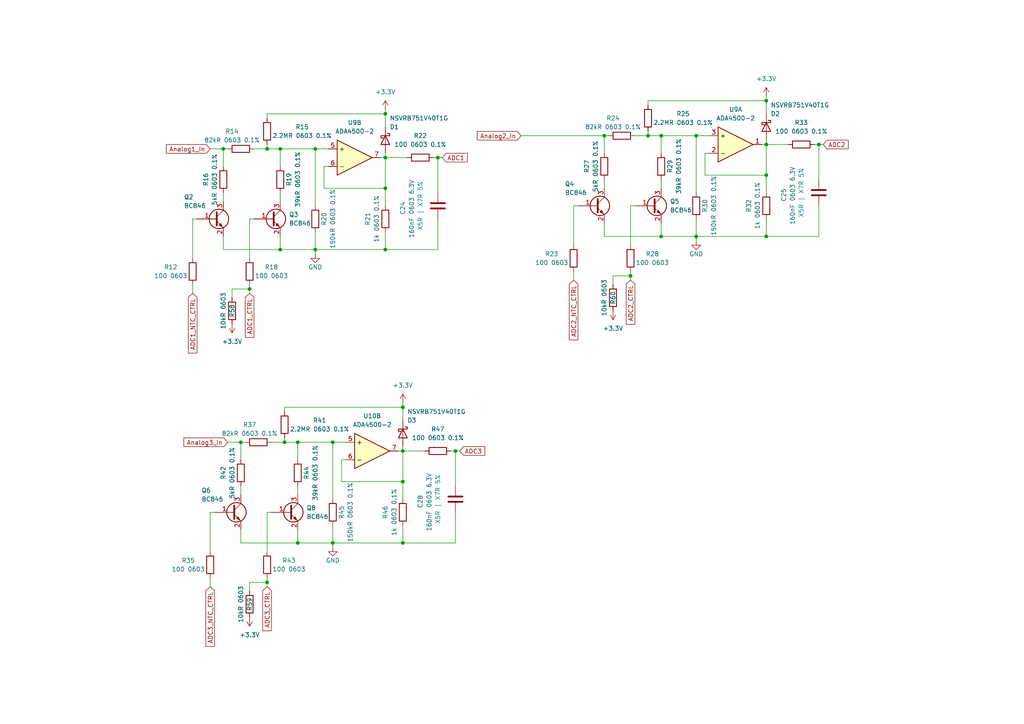
<source format=kicad_sch>
(kicad_sch (version 20230121) (generator eeschema)
  (paper "A4")
  (lib_symbols
    (symbol "Device:C" (pin_numbers hide) (pin_names (offset 0.254))
      (property "Reference" "C" (at 0.635 2.54 0))
      (property "Value" "C" (at 0.635 -2.54 0))
      (symbol "C_0_1"
        (polyline (pts (xy -2.032 -0.762) (xy 2.032 -0.762)) (stroke (width 0.508)))
        (polyline (pts (xy -2.032 0.762) (xy 2.032 0.762)) (stroke (width 0.508)))
      )
      (symbol "C_1_1"
        (pin passive line (at 0 3.81 270) (length 2.794) (name "~") (number "1"))
        (pin passive line (at 0 -3.81 90) (length 2.794) (name "~") (number "2"))
      )
    )
    (symbol "Device:D_Schottky" (pin_numbers hide) (pin_names (offset 1.016) hide)
      (property "Reference" "D" (at 0 2.54 0))
      (property "Value" "D_Schottky" (at 0 -2.54 0))
      (symbol "D_Schottky_0_1"
        (polyline (pts (xy 1.27 0) (xy -1.27 0)))
        (polyline (pts (xy 1.27 1.27) (xy 1.27 -1.27) (xy -1.27 0) (xy 1.27 1.27)) (stroke (width 0.254)))
        (polyline (pts (xy -1.905 0.635) (xy -1.905 1.27) (xy -1.27 1.27) (xy -1.27 -1.27) (xy -0.635 -1.27) (xy -0.635 -0.635)) (stroke (width 0.254)))
      )
      (symbol "D_Schottky_1_1"
        (pin passive line (at -3.81 0 0) (length 2.54) (name "K") (number "1"))
        (pin passive line (at 3.81 0 180) (length 2.54) (name "A") (number "2"))
      )
    )
    (symbol "Device:Opamp_Dual"
      (property "Reference" "U" (at 0 5.08 0))
      (property "Value" "Opamp_Dual" (at 0 -5.08 0))
      (symbol "Opamp_Dual_1_1"
        (polyline (pts (xy -5.08 5.08) (xy 5.08 0) (xy -5.08 -5.08) (xy -5.08 5.08)) (stroke (width 0.254)) (fill (type background)))
        (pin output line (at 7.62 0 180) (length 2.54) (name "~") (number "1"))
        (pin input line (at -7.62 -2.54 0) (length 2.54) (name "-") (number "2"))
        (pin input line (at -7.62 2.54 0) (length 2.54) (name "+") (number "3"))
      )
      (symbol "Opamp_Dual_2_1"
        (polyline (pts (xy -5.08 5.08) (xy 5.08 0) (xy -5.08 -5.08) (xy -5.08 5.08)) (stroke (width 0.254)) (fill (type background)))
        (pin input line (at -7.62 2.54 0) (length 2.54) (name "+") (number "5"))
        (pin input line (at -7.62 -2.54 0) (length 2.54) (name "-") (number "6"))
        (pin output line (at 7.62 0 180) (length 2.54) (name "~") (number "7"))
      )
      (symbol "Opamp_Dual_3_1"
        (pin power_in line (at -2.54 -7.62 90) (length 3.81) (name "V-") (number "4"))
        (pin power_in line (at -2.54 7.62 270) (length 3.81) (name "V+") (number "8"))
      )
    )
    (symbol "Device:R" (pin_numbers hide) (pin_names (offset 0))
      (property "Reference" "R" (at 2.032 0 90))
      (property "Value" "R" (at 0 0 90))
      (symbol "R_0_1"
        (rectangle (start -1.016 -2.54) (end 1.016 2.54) (stroke (width 0.254)))
      )
      (symbol "R_1_1"
        (pin passive line (at 0 3.81 270) (length 1.27) (name "~") (number "1"))
        (pin passive line (at 0 -3.81 90) (length 1.27) (name "~") (number "2"))
      )
    )
    (symbol "Transistor_BJT:BC846" (pin_names (offset 0) hide)
      (property "Reference" "Q" (at 5.08 1.905 0))
      (property "Value" "BC846" (at 5.08 0 0))
      (symbol "BC846_0_1"
        (polyline (pts (xy 0.635 0.635) (xy 2.54 2.54)))
        (polyline (pts (xy 0.635 -0.635) (xy 2.54 -2.54) (xy 2.54 -2.54)))
        (polyline (pts (xy 0.635 1.905) (xy 0.635 -1.905) (xy 0.635 -1.905)) (stroke (width 0.508)))
        (polyline (pts (xy 1.27 -1.778) (xy 1.778 -1.27) (xy 2.286 -2.286) (xy 1.27 -1.778) (xy 1.27 -1.778)) (fill (type outline)))
        (circle (center 1.27 0) (radius 2.8194) (stroke (width 0.254)))
      )
      (symbol "BC846_1_1"
        (pin input line (at -5.08 0 0) (length 5.715) (name "B") (number "1"))
        (pin passive line (at 2.54 -5.08 90) (length 2.54) (name "E") (number "2"))
        (pin passive line (at 2.54 5.08 270) (length 2.54) (name "C") (number "3"))
      )
    )
    (symbol "power:+3.3V" (power) (pin_names (offset 0))
      (property "Value" "+3.3V" (at 0 3.556 0))
      (symbol "+3.3V_0_1"
        (polyline (pts (xy -0.762 1.27) (xy 0 2.54)))
        (polyline (pts (xy 0 0) (xy 0 2.54)))
        (polyline (pts (xy 0 2.54) (xy 0.762 1.27)))
      )
      (symbol "+3.3V_1_1"
        (pin power_in line (at 0 0 90) (length 0) hide (name "+3.3V") (number "1"))
      )
    )
    (symbol "power:GND" (power) (pin_names (offset 0))
      (property "Value" "GND" (at 0 -3.81 0))
      (symbol "GND_0_1"
        (polyline (pts (xy 0 0) (xy 0 -1.27) (xy 1.27 -1.27) (xy 0 -2.54) (xy -1.27 -1.27) (xy 0 -1.27)))
      )
      (symbol "GND_1_1"
        (pin power_in line (at 0 0 270) (length 0) hide (name "GND") (number "1"))
      )
    )
  )
  (junction (at 69.85 128.27))
  (junction (at 96.52 157.48))
  (junction (at 64.77 43.18))
  (junction (at 77.47 43.18))
  (junction (at 86.36 128.27))
  (junction (at 77.47 168.91))
  (junction (at 82.55 128.27))
  (junction (at 116.84 139.7))
  (junction (at 91.44 43.18))
  (junction (at 187.96 39.37))
  (junction (at 96.52 128.27))
  (junction (at 222.25 68.58))
  (junction (at 222.25 41.91))
  (junction (at 201.93 39.37))
  (junction (at 111.76 72.39))
  (junction (at 72.39 83.82))
  (junction (at 182.88 80.01))
  (junction (at 111.76 33.02))
  (junction (at 111.76 45.72))
  (junction (at 222.25 29.21))
  (junction (at 86.36 157.48))
  (junction (at 116.84 130.81))
  (junction (at 132.08 130.81))
  (junction (at 127 45.72))
  (junction (at 111.76 54.61))
  (junction (at 116.84 118.11))
  (junction (at 91.44 72.39))
  (junction (at 191.77 39.37))
  (junction (at 116.84 157.48))
  (junction (at 81.28 72.39))
  (junction (at 201.93 68.58))
  (junction (at 191.77 68.58))
  (junction (at 81.28 43.18))
  (junction (at 175.26 39.37))
  (junction (at 222.25 50.8))
  (junction (at 237.49 41.91))
  (wire (pts (xy 222.25 29.21) (xy 222.25 33.02)))
  (wire (pts (xy 204.47 44.45) (xy 205.74 44.45)))
  (wire (pts (xy 96.52 157.48) (xy 116.84 157.48)))
  (wire (pts (xy 60.96 43.18) (xy 64.77 43.18)))
  (wire (pts (xy 127 63.5) (xy 127 72.39)))
  (wire (pts (xy 78.74 128.27) (xy 82.55 128.27)))
  (wire (pts (xy 72.39 171.45) (xy 72.39 168.91)))
  (wire (pts (xy 81.28 72.39) (xy 91.44 72.39)))
  (wire (pts (xy 60.96 148.59) (xy 60.96 160.02)))
  (wire (pts (xy 191.77 39.37) (xy 187.96 39.37)))
  (wire (pts (xy 77.47 168.91) (xy 77.47 167.64)))
  (wire (pts (xy 96.52 157.48) (xy 96.52 158.75)))
  (wire (pts (xy 111.76 31.75) (xy 111.76 33.02)))
  (wire (pts (xy 222.25 50.8) (xy 222.25 41.91)))
  (wire (pts (xy 72.39 168.91) (xy 77.47 168.91)))
  (wire (pts (xy 96.52 128.27) (xy 100.33 128.27)))
  (wire (pts (xy 191.77 52.07) (xy 191.77 54.61)))
  (wire (pts (xy 81.28 55.88) (xy 81.28 58.42)))
  (wire (pts (xy 69.85 140.97) (xy 69.85 143.51)))
  (wire (pts (xy 67.31 86.36) (xy 67.31 83.82)))
  (wire (pts (xy 222.25 40.64) (xy 222.25 41.91)))
  (wire (pts (xy 64.77 43.18) (xy 64.77 48.26)))
  (wire (pts (xy 77.47 41.91) (xy 77.47 43.18)))
  (wire (pts (xy 72.39 74.93) (xy 72.39 63.5)))
  (wire (pts (xy 220.98 41.91) (xy 222.25 41.91)))
  (wire (pts (xy 96.52 144.78) (xy 96.52 128.27)))
  (wire (pts (xy 64.77 72.39) (xy 81.28 72.39)))
  (wire (pts (xy 166.37 59.69) (xy 167.64 59.69)))
  (wire (pts (xy 175.26 39.37) (xy 176.53 39.37)))
  (wire (pts (xy 184.15 39.37) (xy 187.96 39.37)))
  (wire (pts (xy 81.28 43.18) (xy 81.28 48.26)))
  (wire (pts (xy 237.49 41.91) (xy 237.49 52.07)))
  (wire (pts (xy 201.93 68.58) (xy 201.93 69.85)))
  (wire (pts (xy 86.36 128.27) (xy 96.52 128.27)))
  (wire (pts (xy 116.84 116.84) (xy 116.84 118.11)))
  (wire (pts (xy 81.28 43.18) (xy 91.44 43.18)))
  (wire (pts (xy 77.47 160.02) (xy 77.47 148.59)))
  (wire (pts (xy 55.88 85.09) (xy 55.88 82.55)))
  (wire (pts (xy 72.39 83.82) (xy 72.39 82.55)))
  (wire (pts (xy 60.96 170.18) (xy 60.96 167.64)))
  (wire (pts (xy 151.13 39.37) (xy 175.26 39.37)))
  (wire (pts (xy 93.98 48.26) (xy 95.25 48.26)))
  (wire (pts (xy 222.25 27.94) (xy 222.25 29.21)))
  (wire (pts (xy 82.55 118.11) (xy 82.55 119.38)))
  (wire (pts (xy 82.55 118.11) (xy 116.84 118.11)))
  (wire (pts (xy 175.26 68.58) (xy 191.77 68.58)))
  (wire (pts (xy 127 45.72) (xy 128.27 45.72)))
  (wire (pts (xy 69.85 128.27) (xy 69.85 133.35)))
  (wire (pts (xy 177.8 80.01) (xy 182.88 80.01)))
  (wire (pts (xy 86.36 157.48) (xy 96.52 157.48)))
  (wire (pts (xy 55.88 63.5) (xy 57.15 63.5)))
  (wire (pts (xy 222.25 68.58) (xy 237.49 68.58)))
  (wire (pts (xy 116.84 152.4) (xy 116.84 157.48)))
  (wire (pts (xy 60.96 148.59) (xy 62.23 148.59)))
  (wire (pts (xy 86.36 128.27) (xy 86.36 133.35)))
  (wire (pts (xy 175.26 52.07) (xy 175.26 54.61)))
  (wire (pts (xy 204.47 50.8) (xy 222.25 50.8)))
  (wire (pts (xy 91.44 59.69) (xy 91.44 43.18)))
  (wire (pts (xy 86.36 140.97) (xy 86.36 143.51)))
  (wire (pts (xy 99.06 139.7) (xy 116.84 139.7)))
  (wire (pts (xy 77.47 33.02) (xy 77.47 34.29)))
  (wire (pts (xy 204.47 44.45) (xy 204.47 50.8)))
  (wire (pts (xy 111.76 72.39) (xy 127 72.39)))
  (wire (pts (xy 77.47 148.59) (xy 78.74 148.59)))
  (wire (pts (xy 201.93 63.5) (xy 201.93 68.58)))
  (wire (pts (xy 116.84 157.48) (xy 132.08 157.48)))
  (wire (pts (xy 127 45.72) (xy 127 55.88)))
  (wire (pts (xy 91.44 43.18) (xy 95.25 43.18)))
  (wire (pts (xy 69.85 153.67) (xy 69.85 157.48)))
  (wire (pts (xy 222.25 41.91) (xy 228.6 41.91)))
  (wire (pts (xy 111.76 45.72) (xy 118.11 45.72)))
  (wire (pts (xy 116.84 129.54) (xy 116.84 130.81)))
  (wire (pts (xy 116.84 139.7) (xy 116.84 130.81)))
  (wire (pts (xy 81.28 68.58) (xy 81.28 72.39)))
  (wire (pts (xy 99.06 133.35) (xy 100.33 133.35)))
  (wire (pts (xy 116.84 139.7) (xy 116.84 144.78)))
  (wire (pts (xy 166.37 81.28) (xy 166.37 78.74)))
  (wire (pts (xy 67.31 83.82) (xy 72.39 83.82)))
  (wire (pts (xy 73.66 43.18) (xy 77.47 43.18)))
  (wire (pts (xy 91.44 72.39) (xy 111.76 72.39)))
  (wire (pts (xy 72.39 63.5) (xy 73.66 63.5)))
  (wire (pts (xy 69.85 128.27) (xy 71.12 128.27)))
  (wire (pts (xy 191.77 64.77) (xy 191.77 68.58)))
  (wire (pts (xy 69.85 157.48) (xy 86.36 157.48)))
  (wire (pts (xy 166.37 59.69) (xy 166.37 71.12)))
  (wire (pts (xy 116.84 130.81) (xy 123.19 130.81)))
  (wire (pts (xy 77.47 170.18) (xy 77.47 168.91)))
  (wire (pts (xy 110.49 45.72) (xy 111.76 45.72)))
  (wire (pts (xy 237.49 41.91) (xy 238.76 41.91)))
  (wire (pts (xy 72.39 85.09) (xy 72.39 83.82)))
  (wire (pts (xy 77.47 33.02) (xy 111.76 33.02)))
  (wire (pts (xy 91.44 67.31) (xy 91.44 72.39)))
  (wire (pts (xy 236.22 41.91) (xy 237.49 41.91)))
  (wire (pts (xy 81.28 43.18) (xy 77.47 43.18)))
  (wire (pts (xy 125.73 45.72) (xy 127 45.72)))
  (wire (pts (xy 82.55 127) (xy 82.55 128.27)))
  (wire (pts (xy 96.52 152.4) (xy 96.52 157.48)))
  (wire (pts (xy 222.25 63.5) (xy 222.25 68.58)))
  (wire (pts (xy 93.98 54.61) (xy 111.76 54.61)))
  (wire (pts (xy 187.96 29.21) (xy 187.96 30.48)))
  (wire (pts (xy 55.88 63.5) (xy 55.88 74.93)))
  (wire (pts (xy 64.77 55.88) (xy 64.77 58.42)))
  (wire (pts (xy 175.26 64.77) (xy 175.26 68.58)))
  (wire (pts (xy 182.88 71.12) (xy 182.88 59.69)))
  (wire (pts (xy 111.76 54.61) (xy 111.76 45.72)))
  (wire (pts (xy 175.26 39.37) (xy 175.26 44.45)))
  (wire (pts (xy 91.44 72.39) (xy 91.44 73.66)))
  (wire (pts (xy 201.93 55.88) (xy 201.93 39.37)))
  (wire (pts (xy 237.49 59.69) (xy 237.49 68.58)))
  (wire (pts (xy 132.08 130.81) (xy 132.08 140.97)))
  (wire (pts (xy 182.88 81.28) (xy 182.88 80.01)))
  (wire (pts (xy 187.96 38.1) (xy 187.96 39.37)))
  (wire (pts (xy 130.81 130.81) (xy 132.08 130.81)))
  (wire (pts (xy 191.77 39.37) (xy 201.93 39.37)))
  (wire (pts (xy 111.76 54.61) (xy 111.76 59.69)))
  (wire (pts (xy 201.93 68.58) (xy 222.25 68.58)))
  (wire (pts (xy 66.04 128.27) (xy 69.85 128.27)))
  (wire (pts (xy 64.77 43.18) (xy 66.04 43.18)))
  (wire (pts (xy 201.93 39.37) (xy 205.74 39.37)))
  (wire (pts (xy 191.77 68.58) (xy 201.93 68.58)))
  (wire (pts (xy 64.77 68.58) (xy 64.77 72.39)))
  (wire (pts (xy 116.84 118.11) (xy 116.84 121.92)))
  (wire (pts (xy 86.36 153.67) (xy 86.36 157.48)))
  (wire (pts (xy 182.88 59.69) (xy 184.15 59.69)))
  (wire (pts (xy 111.76 44.45) (xy 111.76 45.72)))
  (wire (pts (xy 191.77 39.37) (xy 191.77 44.45)))
  (wire (pts (xy 93.98 48.26) (xy 93.98 54.61)))
  (wire (pts (xy 115.57 130.81) (xy 116.84 130.81)))
  (wire (pts (xy 177.8 82.55) (xy 177.8 80.01)))
  (wire (pts (xy 182.88 80.01) (xy 182.88 78.74)))
  (wire (pts (xy 187.96 29.21) (xy 222.25 29.21)))
  (wire (pts (xy 111.76 67.31) (xy 111.76 72.39)))
  (wire (pts (xy 99.06 133.35) (xy 99.06 139.7)))
  (wire (pts (xy 86.36 128.27) (xy 82.55 128.27)))
  (wire (pts (xy 111.76 33.02) (xy 111.76 36.83)))
  (wire (pts (xy 132.08 130.81) (xy 133.35 130.81)))
  (wire (pts (xy 222.25 50.8) (xy 222.25 55.88)))
  (wire (pts (xy 132.08 148.59) (xy 132.08 157.48)))
  (global_label "ADC2_NTC_CTRL" (shape input) (at 166.37 81.28 270) (property "Intersheetrefs" "${INTERSHEET_REFS}" (effects hide)))
  (global_label "ADC3_CTRL" (shape input) (at 77.47 170.18 270) (property "Intersheetrefs" "${INTERSHEET_REFS}" (effects hide)))
  (global_label "ADC3" (shape input) (at 133.35 130.81 0) (property "Intersheetrefs" "${INTERSHEET_REFS}" (effects hide)))
  (global_label "Analog2_In" (shape input) (at 151.13 39.37 180) (property "Intersheetrefs" "${INTERSHEET_REFS}" (effects hide)))
  (global_label "ADC1_NTC_CTRL" (shape input) (at 55.88 85.09 270) (property "Intersheetrefs" "${INTERSHEET_REFS}" (effects hide)))
  (global_label "ADC1_CTRL" (shape input) (at 72.39 85.09 270) (property "Intersheetrefs" "${INTERSHEET_REFS}" (effects hide)))
  (global_label "ADC1" (shape input) (at 128.27 45.72 0) (property "Intersheetrefs" "${INTERSHEET_REFS}" (effects hide)))
  (global_label "ADC3_NTC_CTRL" (shape input) (at 60.96 170.18 270) (property "Intersheetrefs" "${INTERSHEET_REFS}" (effects hide)))
  (global_label "Analog1_In" (shape input) (at 60.96 43.18 180) (property "Intersheetrefs" "${INTERSHEET_REFS}" (effects hide)))
  (global_label "Analog3_In" (shape input) (at 66.04 128.27 180) (property "Intersheetrefs" "${INTERSHEET_REFS}" (effects hide)))
  (global_label "ADC2" (shape input) (at 238.76 41.91 0) (property "Intersheetrefs" "${INTERSHEET_REFS}" (effects hide)))
  (global_label "ADC2_CTRL" (shape input) (at 182.88 81.28 270) (property "Intersheetrefs" "${INTERSHEET_REFS}" (effects hide)))
  (symbol (lib_id "Transistor_BJT:BC846") (at 189.23 59.69 0) (unit 1)
    (property "Reference" "Q5" (at 194.31 58.42 0) (effects (justify left)))
    (property "Value" "BC846" (at 194.31 60.96 0) (effects (justify left)))
    (property "Footprint" "Package_TO_SOT_SMD:SOT-23" (effects hide))
    (property "Datasheet" "https://assets.nexperia.com/documents/data-sheet/BC846_SER.pdf" (effects hide))
  )
  (symbol (lib_id "Device:Opamp_Dual") (at 107.95 130.81 0) (unit 2)
    (property "Reference" "U10" (at 107.95 120.65 0))
    (property "Value" "ADA4500-2" (at 107.95 123.19 0))
    (property "Footprint" "Package_SO:MSOP-8_3x3mm_P0.65mm" (effects hide))
    (property "Datasheet" "https://www.analog.com/media/en/technical-documentation/data-sheets/ADA4500-2.pdf" (effects hide))
    (property "Sim.Library" "${KICAD7_SYMBOL_DIR}/Simulation_SPICE.sp" (effects hide))
    (property "Sim.Name" "kicad_builtin_opamp_dual" (effects hide))
    (property "Sim.Device" "SUBCKT" (effects hide))
    (property "Sim.Pins" "1=out1 2=in1- 3=in1+ 4=vee 5=in2+ 6=in2- 7=out2 8=vcc" (effects hide))
  )
  (symbol (lib_id "Device:R") (at 82.55 123.19 0) (unit 1)
    (property "Reference" "R41" (at 92.71 121.92 0))
    (property "Value" "2.2MR 0603 0.1%" (at 92.71 124.46 0))
    (property "Footprint" "Resistor_SMD:R_0603_1608Metric_Pad0.98x0.95mm_HandSolder" (effects hide))
  )
  (symbol (lib_id "Device:R") (at 72.39 78.74 0) (unit 1)
    (property "Reference" "R18" (at 78.74 77.47 0))
    (property "Value" "100 0603" (at 78.74 80.01 0))
    (property "Footprint" "Resistor_SMD:R_0603_1608Metric_Pad0.98x0.95mm_HandSolder" (effects hide))
  )
  (symbol (lib_id "Device:C") (at 127 59.69 0) (mirror x) (unit 1)
    (property "Reference" "C24" (at 116.84 58.42 90) (effects (justify left)))
    (property "Value" "160nF 0603 6.3V" (at 119.38 52.07 90) (effects (justify left)))
    (property "Footprint" "Capacitor_SMD:C_0603_1608Metric_Pad1.08x0.95mm_HandSolder" (effects hide))
    (property "Datasheet" "https://www.vishay.com/docs/45199/vjcommercialseries.pdf" (effects hide))
    (property "PartNr." "VJ0603Y223JXJAC" (effects hide))
    (property "WertAdditional" "X5R | X7R 5%" (at 121.92 59.69 90))
  )
  (symbol (lib_id "Device:C") (at 132.08 144.78 0) (mirror x) (unit 1)
    (property "Reference" "C28" (at 121.92 143.51 90) (effects (justify left)))
    (property "Value" "160nF 0603 6.3V" (at 124.46 137.16 90) (effects (justify left)))
    (property "Footprint" "Capacitor_SMD:C_0603_1608Metric_Pad1.08x0.95mm_HandSolder" (effects hide))
    (property "Datasheet" "https://www.vishay.com/docs/45199/vjcommercialseries.pdf" (effects hide))
    (property "PartNr." "VJ0603Y223JXJAC" (effects hide))
    (property "WertAdditional" "X5R | X7R 5%" (at 127 144.78 90))
  )
  (symbol (lib_id "power:+3.3V") (at 72.39 179.07 180) (unit 1)
    (property "Reference" "#PWR067" (effects hide))
    (property "Value" "+3.3V" (at 72.39 184.15 0))
  )
  (symbol (lib_id "Device:R") (at 69.85 43.18 90) (unit 1)
    (property "Reference" "R14" (at 67.31 38.1 90))
    (property "Value" "82kR 0603 0.1%" (at 67.31 40.64 90))
    (property "Footprint" "Resistor_SMD:R_0603_1608Metric_Pad0.98x0.95mm_HandSolder" (effects hide))
  )
  (symbol (lib_id "Device:D_Schottky") (at 222.25 36.83 270) (unit 1)
    (property "Reference" "D2" (at 223.52 33.02 90) (effects (justify left)))
    (property "Value" "NSVRB751V40T1G" (at 223.52 30.48 90) (effects (justify left)))
    (property "Footprint" "Diode_SMD:D_SOD-323_HandSoldering" (effects hide))
    (property "Datasheet" "https://www.mouser.de/datasheet/2/308/1/MM3Z2V4T1_D-2316321.pdf" (effects hide))
    (property "PartNr." " NSVRB751V40T1G" (effects hide))
  )
  (symbol (lib_id "Transistor_BJT:BC846") (at 78.74 63.5 0) (unit 1)
    (property "Reference" "Q3" (at 83.82 62.23 0) (effects (justify left)))
    (property "Value" "BC846" (at 83.82 64.77 0) (effects (justify left)))
    (property "Footprint" "Package_TO_SOT_SMD:SOT-23" (effects hide))
    (property "Datasheet" "https://assets.nexperia.com/documents/data-sheet/BC846_SER.pdf" (effects hide))
  )
  (symbol (lib_id "Device:R") (at 74.93 128.27 90) (unit 1)
    (property "Reference" "R37" (at 72.39 123.19 90))
    (property "Value" "82kR 0603 0.1%" (at 72.39 125.73 90))
    (property "Footprint" "Resistor_SMD:R_0603_1608Metric_Pad0.98x0.95mm_HandSolder" (effects hide))
  )
  (symbol (lib_id "Device:R") (at 86.36 137.16 180) (unit 1)
    (property "Reference" "R44" (at 88.9 137.16 90))
    (property "Value" "39kR 0603 0.1%" (at 91.44 137.16 90))
    (property "Footprint" "Resistor_SMD:R_0603_1608Metric_Pad0.98x0.95mm_HandSolder" (effects hide))
  )
  (symbol (lib_id "power:+3.3V") (at 177.8 90.17 180) (unit 1)
    (property "Reference" "#PWR068" (effects hide))
    (property "Value" "+3.3V" (at 177.8 95.25 0))
  )
  (symbol (lib_id "Device:R") (at 177.8 86.36 180) (unit 1)
    (property "Reference" "R60" (at 177.8 86.36 90))
    (property "Value" "10kR 0603" (at 175.26 86.36 90))
    (property "Footprint" "Resistor_SMD:R_0603_1608Metric_Pad0.98x0.95mm_HandSolder" (effects hide))
  )
  (symbol (lib_id "Device:R") (at 77.47 163.83 0) (unit 1)
    (property "Reference" "R43" (at 83.82 162.56 0))
    (property "Value" "100 0603" (at 83.82 165.1 0))
    (property "Footprint" "Resistor_SMD:R_0603_1608Metric_Pad0.98x0.95mm_HandSolder" (effects hide))
  )
  (symbol (lib_id "Device:D_Schottky") (at 116.84 125.73 270) (unit 1)
    (property "Reference" "D3" (at 118.11 121.92 90) (effects (justify left)))
    (property "Value" "NSVRB751V40T1G" (at 118.11 119.38 90) (effects (justify left)))
    (property "Footprint" "Diode_SMD:D_SOD-323_HandSoldering" (effects hide))
    (property "Datasheet" "https://www.mouser.de/datasheet/2/308/1/MM3Z2V4T1_D-2316321.pdf" (effects hide))
    (property "PartNr." " NSVRB751V40T1G" (effects hide))
  )
  (symbol (lib_id "Device:R") (at 222.25 59.69 180) (unit 1)
    (property "Reference" "R32" (at 217.17 59.69 90))
    (property "Value" "1k 0603 0.1%" (at 219.71 59.69 90))
    (property "Footprint" "Resistor_SMD:R_0603_1608Metric_Pad0.98x0.95mm_HandSolder" (effects hide))
  )
  (symbol (lib_id "power:+3.3V") (at 116.84 116.84 0) (unit 1)
    (property "Reference" "#PWR046" (effects hide))
    (property "Value" "+3.3V" (at 116.84 111.76 0))
  )
  (symbol (lib_id "Device:R") (at 77.47 38.1 0) (unit 1)
    (property "Reference" "R15" (at 87.63 36.83 0))
    (property "Value" "2.2MR 0603 0.1%" (at 87.63 39.37 0))
    (property "Footprint" "Resistor_SMD:R_0603_1608Metric_Pad0.98x0.95mm_HandSolder" (effects hide))
  )
  (symbol (lib_id "Device:R") (at 60.96 163.83 0) (unit 1)
    (property "Reference" "R35" (at 54.61 162.56 0))
    (property "Value" "100 0603" (at 54.61 165.1 0))
    (property "Footprint" "Resistor_SMD:R_0603_1608Metric_Pad0.98x0.95mm_HandSolder" (effects hide))
  )
  (symbol (lib_id "power:GND") (at 201.93 69.85 0) (unit 1)
    (property "Reference" "#PWR034" (effects hide))
    (property "Value" "GND" (at 201.93 73.66 0))
  )
  (symbol (lib_id "Device:R") (at 69.85 137.16 180) (unit 1)
    (property "Reference" "R42" (at 64.77 137.16 90))
    (property "Value" "5kR 0603 0.1%" (at 67.31 137.16 90))
    (property "Footprint" "Resistor_SMD:R_0603_1608Metric_Pad0.98x0.95mm_HandSolder" (effects hide))
  )
  (symbol (lib_id "power:+3.3V") (at 222.25 27.94 0) (unit 1)
    (property "Reference" "#PWR038" (effects hide))
    (property "Value" "+3.3V" (at 222.25 22.86 0))
  )
  (symbol (lib_id "Device:R") (at 127 130.81 90) (unit 1)
    (property "Reference" "R47" (at 127 124.46 90))
    (property "Value" "100 0603 0.1%" (at 127 127 90))
    (property "Footprint" "Resistor_SMD:R_0603_1608Metric_Pad0.98x0.95mm_HandSolder" (effects hide))
  )
  (symbol (lib_id "power:GND") (at 96.52 158.75 0) (unit 1)
    (property "Reference" "#PWR039" (effects hide))
    (property "Value" "GND" (at 96.52 162.56 0))
  )
  (symbol (lib_id "Transistor_BJT:BC846") (at 62.23 63.5 0) (unit 1)
    (property "Reference" "Q2" (at 53.34 57.15 0) (effects (justify left)))
    (property "Value" "BC846" (at 53.34 59.69 0) (effects (justify left)))
    (property "Footprint" "Package_TO_SOT_SMD:SOT-23" (effects hide))
    (property "Datasheet" "https://assets.nexperia.com/documents/data-sheet/BC846_SER.pdf" (effects hide))
  )
  (symbol (lib_id "Transistor_BJT:BC846") (at 67.31 148.59 0) (unit 1)
    (property "Reference" "Q6" (at 58.42 142.24 0) (effects (justify left)))
    (property "Value" "BC846" (at 58.42 144.78 0) (effects (justify left)))
    (property "Footprint" "Package_TO_SOT_SMD:SOT-23" (effects hide))
    (property "Datasheet" "https://assets.nexperia.com/documents/data-sheet/BC846_SER.pdf" (effects hide))
  )
  (symbol (lib_id "Device:R") (at 182.88 74.93 0) (unit 1)
    (property "Reference" "R28" (at 189.23 73.66 0))
    (property "Value" "100 0603" (at 189.23 76.2 0))
    (property "Footprint" "Resistor_SMD:R_0603_1608Metric_Pad0.98x0.95mm_HandSolder" (effects hide))
  )
  (symbol (lib_id "Device:R") (at 111.76 63.5 180) (unit 1)
    (property "Reference" "R21" (at 106.68 63.5 90))
    (property "Value" "1k 0603 0.1%" (at 109.22 63.5 90))
    (property "Footprint" "Resistor_SMD:R_0603_1608Metric_Pad0.98x0.95mm_HandSolder" (effects hide))
  )
  (symbol (lib_id "Device:R") (at 191.77 48.26 180) (unit 1)
    (property "Reference" "R29" (at 194.31 48.26 90))
    (property "Value" "39kR 0603 0.1%" (at 196.85 48.26 90))
    (property "Footprint" "Resistor_SMD:R_0603_1608Metric_Pad0.98x0.95mm_HandSolder" (effects hide))
  )
  (symbol (lib_id "Device:R") (at 64.77 52.07 180) (unit 1)
    (property "Reference" "R16" (at 59.69 52.07 90))
    (property "Value" "5kR 0603 0.1%" (at 62.23 52.07 90))
    (property "Footprint" "Resistor_SMD:R_0603_1608Metric_Pad0.98x0.95mm_HandSolder" (effects hide))
  )
  (symbol (lib_id "Device:R") (at 81.28 52.07 180) (unit 1)
    (property "Reference" "R19" (at 83.82 52.07 90))
    (property "Value" "39kR 0603 0.1%" (at 86.36 52.07 90))
    (property "Footprint" "Resistor_SMD:R_0603_1608Metric_Pad0.98x0.95mm_HandSolder" (effects hide))
  )
  (symbol (lib_id "Device:R") (at 121.92 45.72 90) (unit 1)
    (property "Reference" "R22" (at 121.92 39.37 90))
    (property "Value" "100 0603 0.1%" (at 121.92 41.91 90))
    (property "Footprint" "Resistor_SMD:R_0603_1608Metric_Pad0.98x0.95mm_HandSolder" (effects hide))
  )
  (symbol (lib_id "Device:C") (at 237.49 55.88 0) (mirror x) (unit 1)
    (property "Reference" "C25" (at 227.33 54.61 90) (effects (justify left)))
    (property "Value" "160nF 0603 6.3V" (at 229.87 48.26 90) (effects (justify left)))
    (property "Footprint" "Capacitor_SMD:C_0603_1608Metric_Pad1.08x0.95mm_HandSolder" (effects hide))
    (property "Datasheet" "https://www.vishay.com/docs/45199/vjcommercialseries.pdf" (effects hide))
    (property "PartNr." "VJ0603Y223JXJAC" (effects hide))
    (property "WertAdditional" "X5R | X7R 5%" (at 232.41 55.88 90))
  )
  (symbol (lib_id "Device:R") (at 67.31 90.17 180) (unit 1)
    (property "Reference" "R58" (at 67.31 90.17 90))
    (property "Value" "10kR 0603" (at 64.77 90.17 90))
    (property "Footprint" "Resistor_SMD:R_0603_1608Metric_Pad0.98x0.95mm_HandSolder" (effects hide))
  )
  (symbol (lib_id "Device:R") (at 180.34 39.37 90) (unit 1)
    (property "Reference" "R24" (at 177.8 34.29 90))
    (property "Value" "82kR 0603 0.1%" (at 177.8 36.83 90))
    (property "Footprint" "Resistor_SMD:R_0603_1608Metric_Pad0.98x0.95mm_HandSolder" (effects hide))
  )
  (symbol (lib_id "Device:R") (at 201.93 59.69 0) (unit 1)
    (property "Reference" "R30" (at 204.47 59.69 90))
    (property "Value" "150kR 0603 0.1%" (at 207.01 59.69 90))
    (property "Footprint" "Resistor_SMD:R_0603_1608Metric_Pad0.98x0.95mm_HandSolder" (effects hide))
  )
  (symbol (lib_id "Device:R") (at 72.39 175.26 180) (unit 1)
    (property "Reference" "R59" (at 72.39 175.26 90))
    (property "Value" "10kR 0603" (at 69.85 175.26 90))
    (property "Footprint" "Resistor_SMD:R_0603_1608Metric_Pad0.98x0.95mm_HandSolder" (effects hide))
  )
  (symbol (lib_id "Device:R") (at 166.37 74.93 0) (unit 1)
    (property "Reference" "R23" (at 160.02 73.66 0))
    (property "Value" "100 0603" (at 160.02 76.2 0))
    (property "Footprint" "Resistor_SMD:R_0603_1608Metric_Pad0.98x0.95mm_HandSolder" (effects hide))
  )
  (symbol (lib_id "Transistor_BJT:BC846") (at 83.82 148.59 0) (unit 1)
    (property "Reference" "Q8" (at 88.9 147.32 0) (effects (justify left)))
    (property "Value" "BC846" (at 88.9 149.86 0) (effects (justify left)))
    (property "Footprint" "Package_TO_SOT_SMD:SOT-23" (effects hide))
    (property "Datasheet" "https://assets.nexperia.com/documents/data-sheet/BC846_SER.pdf" (effects hide))
  )
  (symbol (lib_id "Device:R") (at 116.84 148.59 180) (unit 1)
    (property "Reference" "R46" (at 111.76 148.59 90))
    (property "Value" "1k 0603 0.1%" (at 114.3 148.59 90))
    (property "Footprint" "Resistor_SMD:R_0603_1608Metric_Pad0.98x0.95mm_HandSolder" (effects hide))
  )
  (symbol (lib_id "Device:R") (at 55.88 78.74 0) (unit 1)
    (property "Reference" "R12" (at 49.53 77.47 0))
    (property "Value" "100 0603" (at 49.53 80.01 0))
    (property "Footprint" "Resistor_SMD:R_0603_1608Metric_Pad0.98x0.95mm_HandSolder" (effects hide))
  )
  (symbol (lib_id "Device:R") (at 96.52 148.59 0) (unit 1)
    (property "Reference" "R45" (at 99.06 148.59 90))
    (property "Value" "150kR 0603 0.1%" (at 101.6 148.59 90))
    (property "Footprint" "Resistor_SMD:R_0603_1608Metric_Pad0.98x0.95mm_HandSolder" (effects hide))
  )
  (symbol (lib_id "power:+3.3V") (at 67.31 93.98 180) (unit 1)
    (property "Reference" "#PWR066" (effects hide))
    (property "Value" "+3.3V" (at 67.31 99.06 0))
  )
  (symbol (lib_id "Device:D_Schottky") (at 111.76 40.64 270) (unit 1)
    (property "Reference" "D1" (at 113.03 36.83 90) (effects (justify left)))
    (property "Value" "NSVRB751V40T1G" (at 113.03 34.29 90) (effects (justify left)))
    (property "Footprint" "Diode_SMD:D_SOD-323_HandSoldering" (effects hide))
    (property "Datasheet" "https://www.mouser.de/datasheet/2/308/1/MM3Z2V4T1_D-2316321.pdf" (effects hide))
    (property "PartNr." " NSVRB751V40T1G" (effects hide))
  )
  (symbol (lib_id "Device:R") (at 175.26 48.26 180) (unit 1)
    (property "Reference" "R27" (at 170.18 48.26 90))
    (property "Value" "5kR 0603 0.1%" (at 172.72 48.26 90))
    (property "Footprint" "Resistor_SMD:R_0603_1608Metric_Pad0.98x0.95mm_HandSolder" (effects hide))
  )
  (symbol (lib_id "Device:Opamp_Dual") (at 213.36 41.91 0) (unit 1)
    (property "Reference" "U9" (at 213.36 31.75 0))
    (property "Value" "ADA4500-2" (at 213.36 34.29 0))
    (property "Footprint" "Package_SO:MSOP-8_3x3mm_P0.65mm" (effects hide))
    (property "Datasheet" "https://www.analog.com/media/en/technical-documentation/data-sheets/ADA4500-2.pdf" (effects hide))
    (property "Sim.Library" "${KICAD7_SYMBOL_DIR}/Simulation_SPICE.sp" (effects hide))
    (property "Sim.Name" "kicad_builtin_opamp_dual" (effects hide))
    (property "Sim.Device" "SUBCKT" (effects hide))
    (property "Sim.Pins" "1=out1 2=in1- 3=in1+ 4=vee 5=in2+ 6=in2- 7=out2 8=vcc" (effects hide))
  )
  (symbol (lib_id "Transistor_BJT:BC846") (at 172.72 59.69 0) (unit 1)
    (property "Reference" "Q4" (at 163.83 53.34 0) (effects (justify left)))
    (property "Value" "BC846" (at 163.83 55.88 0) (effects (justify left)))
    (property "Footprint" "Package_TO_SOT_SMD:SOT-23" (effects hide))
    (property "Datasheet" "https://assets.nexperia.com/documents/data-sheet/BC846_SER.pdf" (effects hide))
  )
  (symbol (lib_id "Device:R") (at 91.44 63.5 0) (unit 1)
    (property "Reference" "R20" (at 93.98 63.5 90))
    (property "Value" "150kR 0603 0.1%" (at 96.52 63.5 90))
    (property "Footprint" "Resistor_SMD:R_0603_1608Metric_Pad0.98x0.95mm_HandSolder" (effects hide))
  )
  (symbol (lib_id "power:GND") (at 91.44 73.66 0) (unit 1)
    (property "Reference" "#PWR032" (effects hide))
    (property "Value" "GND" (at 91.44 77.47 0))
  )
  (symbol (lib_id "Device:Opamp_Dual") (at 102.87 45.72 0) (unit 2)
    (property "Reference" "U9" (at 102.87 35.56 0))
    (property "Value" "ADA4500-2" (at 102.87 38.1 0))
    (property "Footprint" "Package_SO:MSOP-8_3x3mm_P0.65mm" (effects hide))
    (property "Datasheet" "https://www.analog.com/media/en/technical-documentation/data-sheets/ADA4500-2.pdf" (effects hide))
    (property "Sim.Library" "${KICAD7_SYMBOL_DIR}/Simulation_SPICE.sp" (effects hide))
    (property "Sim.Name" "kicad_builtin_opamp_dual" (effects hide))
    (property "Sim.Device" "SUBCKT" (effects hide))
    (property "Sim.Pins" "1=out1 2=in1- 3=in1+ 4=vee 5=in2+ 6=in2- 7=out2 8=vcc" (effects hide))
  )
  (symbol (lib_id "power:+3.3V") (at 111.76 31.75 0) (unit 1)
    (property "Reference" "#PWR033" (effects hide))
    (property "Value" "+3.3V" (at 111.76 26.67 0))
  )
  (symbol (lib_id "Device:R") (at 232.41 41.91 90) (unit 1)
    (property "Reference" "R33" (at 232.41 35.56 90))
    (property "Value" "100 0603 0.1%" (at 232.41 38.1 90))
    (property "Footprint" "Resistor_SMD:R_0603_1608Metric_Pad0.98x0.95mm_HandSolder" (effects hide))
  )
  (symbol (lib_id "Device:R") (at 187.96 34.29 0) (unit 1)
    (property "Reference" "R25" (at 198.12 33.02 0))
    (property "Value" "2.2MR 0603 0.1%" (at 198.12 35.56 0))
    (property "Footprint" "Resistor_SMD:R_0603_1608Metric_Pad0.98x0.95mm_HandSolder" (effects hide))
  )
)
</source>
